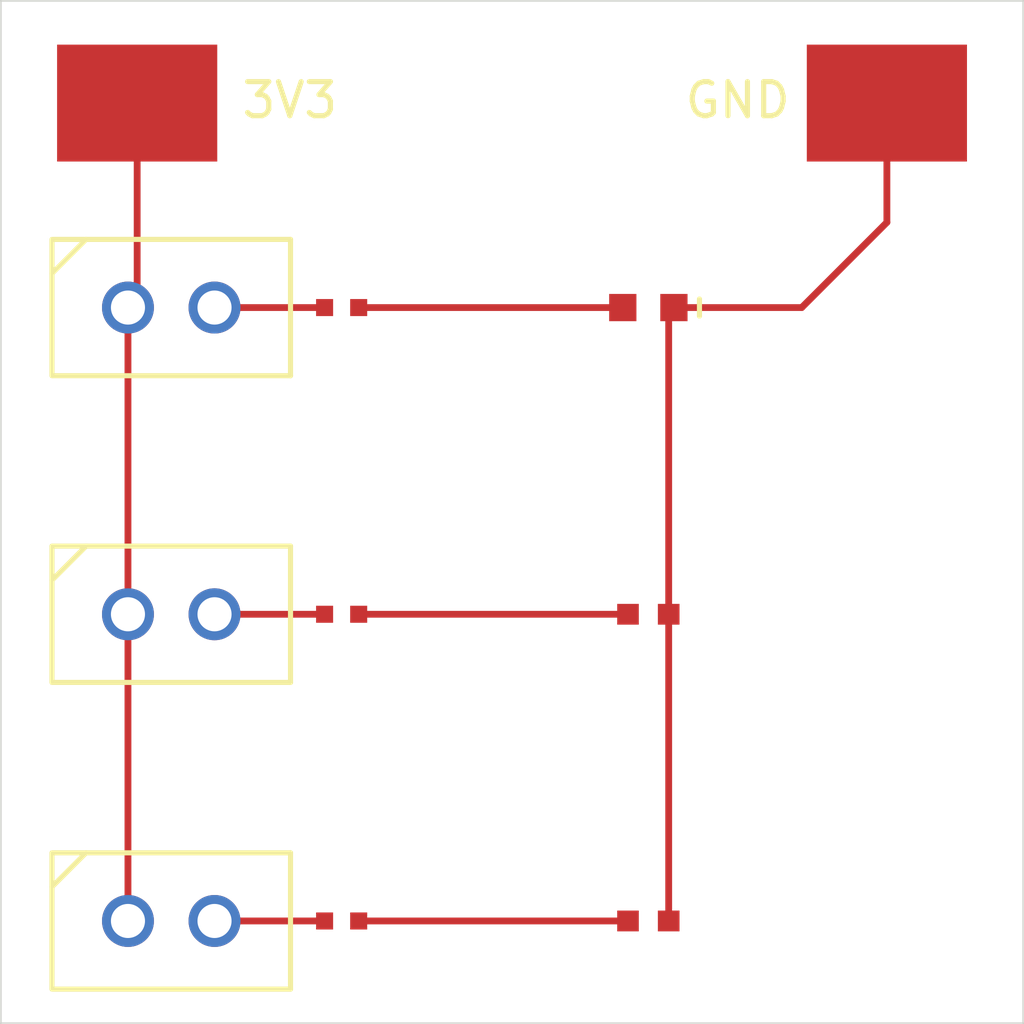
<source format=kicad_pcb>
(kicad_pcb (version 20240108) (generator "pcbnew") (generator_version "8.0")
  (layers (0 "F.Cu" signal) (31 "B.Cu" signal) (34 "B.Paste" user) (35 "F.Paste" user) (36 "B.SilkS" user "B.Silkscreen") (37 "F.SilkS" user "F.Silkscreen") (38 "B.Mask" user) (39 "F.Mask" user) (44 "Edge.Cuts" user))
  (net 0 "")
  (net 1 "/GND")
  (net 2 "Net-(D1-A)")
  (net 3 "Net-(D2-A)")
  (net 4 "Net-(D3-A)")
  (net 5 "/3V3")
  (net 6 "Net-(J3-P2)")
  (net 7 "Net-(J4-P2)")
  (net 8 "Net-(J5-P2)")
  (footprint "azonenberg_pcb:TESTPOINT_SMT_KEYSTONE_5016" (layer "F.Cu") (at 86 43)
    (property "Reference" "J2" (hide yes))
    (property "Value" "CONN_01X01" (hide yes))
    (pad "1" smd rect (at 0 0) (size 4.7 3.43) (layers "F.Cu" "F.Paste" "F.Mask") (net 1 "/GND"))
  )
  (footprint "azonenberg_pcb:CONN_HEADER_2.54MM_1x2" (layer "F.Cu") (at 65 58)
    (property "Reference" "J4" (hide yes))
    (property "Value" "JUMPER" (hide yes))
    (fp_line (start -3.5 -2) (end -3.5 2) (stroke (width 0.15)) (layer "F.SilkS"))
    (fp_line (start -3.46 2) (end 3.5 2) (stroke (width 0.15)) (layer "F.SilkS"))
    (fp_line (start -2.5 -2) (end -3.5 -1) (stroke (width 0.15)) (layer "F.SilkS"))
    (fp_line (start 3.5 -2) (end -3.46 -2) (stroke (width 0.15)) (layer "F.SilkS"))
    (fp_line (start 3.5 2) (end 3.5 -2) (stroke (width 0.15)) (layer "F.SilkS"))
    (pad "1" thru_hole circle (at -1.27 0) (size 1.524 1.524) (drill 1) (layers "*.Cu" "*.Mask") (net 5 "/3V3"))
    (pad "2" thru_hole circle (at 1.27 0) (size 1.524 1.524) (drill 1) (layers "*.Cu" "*.Mask") (net 7 "Net-(J4-P2)"))
  )
  (footprint "azonenberg_pcb:EIA_0402_RES_NOSILK" (layer "F.Cu") (at 70 67)
    (property "Reference" "R3" (hide yes))
    (property "Value" "60.4K" (hide yes))
    (pad "1" smd rect (at -0.5 0) (size 0.5 0.5) (layers "F.Cu" "F.Paste" "F.Mask") (net 8 "Net-(J5-P2)"))
    (pad "2" smd rect (at 0.5 0) (size 0.5 0.5) (layers "F.Cu" "F.Paste" "F.Mask") (net 4 "Net-(D3-A)"))
  )
  (footprint "azonenberg_pcb:EIA_0402_RES_NOSILK" (layer "F.Cu") (at 70 58)
    (property "Reference" "R2" (hide yes))
    (property "Value" "60.4K" (hide yes))
    (pad "1" smd rect (at -0.5 0) (size 0.5 0.5) (layers "F.Cu" "F.Paste" "F.Mask") (net 7 "Net-(J4-P2)"))
    (pad "2" smd rect (at 0.5 0) (size 0.5 0.5) (layers "F.Cu" "F.Paste" "F.Mask") (net 3 "Net-(D2-A)"))
  )
  (footprint "azonenberg_pcb:TESTPOINT_SMT_KEYSTONE_5016" (layer "F.Cu") (at 64 43)
    (property "Reference" "J1" (hide yes))
    (property "Value" "CONN_01X01" (hide yes))
    (pad "1" smd rect (at 0 0) (size 4.7 3.43) (layers "F.Cu" "F.Paste" "F.Mask") (net 5 "/3V3"))
  )
  (footprint "azonenberg_pcb:EIA_0603_LED" (layer "F.Cu") (at 79 49 180)
    (property "Reference" "D1" (hide yes))
    (property "Value" "GREEN Q971-KN-1" (hide yes))
    (fp_line (start -1.5 -0.25) (end -1.5 0.25) (stroke (width 0.15)) (layer "F.SilkS"))
    (pad "1" smd rect (at -0.75 0 180) (size 0.8 0.8) (layers "F.Cu" "F.Paste" "F.Mask") (net 1 "/GND"))
    (pad "2" smd rect (at 0.75 0 180) (size 0.8 0.8) (layers "F.Cu" "F.Paste" "F.Mask") (net 2 "Net-(D1-A)"))
  )
  (footprint "azonenberg_pcb:EIA_0402_LED" (layer "F.Cu") (at 79 58 180)
    (property "Reference" "D2" (hide yes))
    (property "Value" "GREEN QBLP595-IG-2897" (hide yes))
    (pad "1" smd rect (at -0.597 0 180) (size 0.635 0.61) (layers "F.Cu" "F.Paste" "F.Mask") (net 1 "/GND"))
    (pad "2" smd rect (at 0.597 0 180) (size 0.635 0.61) (layers "F.Cu" "F.Paste" "F.Mask") (net 3 "Net-(D2-A)"))
  )
  (footprint "azonenberg_pcb:CONN_HEADER_2.54MM_1x2" (layer "F.Cu") (at 65 67)
    (property "Reference" "J5" (hide yes))
    (property "Value" "JUMPER" (hide yes))
    (fp_line (start -3.5 -2) (end -3.5 2) (stroke (width 0.15)) (layer "F.SilkS"))
    (fp_line (start -3.46 2) (end 3.5 2) (stroke (width 0.15)) (layer "F.SilkS"))
    (fp_line (start -2.5 -2) (end -3.5 -1) (stroke (width 0.15)) (layer "F.SilkS"))
    (fp_line (start 3.5 -2) (end -3.46 -2) (stroke (width 0.15)) (layer "F.SilkS"))
    (fp_line (start 3.5 2) (end 3.5 -2) (stroke (width 0.15)) (layer "F.SilkS"))
    (pad "1" thru_hole circle (at -1.27 0) (size 1.524 1.524) (drill 1) (layers "*.Cu" "*.Mask") (net 5 "/3V3"))
    (pad "2" thru_hole circle (at 1.27 0) (size 1.524 1.524) (drill 1) (layers "*.Cu" "*.Mask") (net 8 "Net-(J5-P2)"))
  )
  (footprint "azonenberg_pcb:EIA_0402_RES_NOSILK" (layer "F.Cu") (at 70 49)
    (property "Reference" "R1" (hide yes))
    (property "Value" "470" (hide yes))
    (pad "1" smd rect (at -0.5 0) (size 0.5 0.5) (layers "F.Cu" "F.Paste" "F.Mask") (net 6 "Net-(J3-P2)"))
    (pad "2" smd rect (at 0.5 0) (size 0.5 0.5) (layers "F.Cu" "F.Paste" "F.Mask") (net 2 "Net-(D1-A)"))
  )
  (footprint "azonenberg_pcb:CONN_HEADER_2.54MM_1x2" (layer "F.Cu") (at 65 49)
    (property "Reference" "J3" (hide yes))
    (property "Value" "JUMPER" (hide yes))
    (fp_line (start -3.5 -2) (end -3.5 2) (stroke (width 0.15)) (layer "F.SilkS"))
    (fp_line (start -3.46 2) (end 3.5 2) (stroke (width 0.15)) (layer "F.SilkS"))
    (fp_line (start -2.5 -2) (end -3.5 -1) (stroke (width 0.15)) (layer "F.SilkS"))
    (fp_line (start 3.5 -2) (end -3.46 -2) (stroke (width 0.15)) (layer "F.SilkS"))
    (fp_line (start 3.5 2) (end 3.5 -2) (stroke (width 0.15)) (layer "F.SilkS"))
    (pad "1" thru_hole circle (at -1.27 0) (size 1.524 1.524) (drill 1) (layers "*.Cu" "*.Mask") (net 5 "/3V3"))
    (pad "2" thru_hole circle (at 1.27 0) (size 1.524 1.524) (drill 1) (layers "*.Cu" "*.Mask") (net 6 "Net-(J3-P2)"))
  )
  (footprint "azonenberg_pcb:EIA_0402_LED" (layer "F.Cu") (at 79 67 180)
    (property "Reference" "D3" (hide yes))
    (property "Value" "RED QBLP595-R5" (hide yes))
    (pad "1" smd rect (at -0.597 0 180) (size 0.635 0.61) (layers "F.Cu" "F.Paste" "F.Mask") (net 1 "/GND"))
    (pad "2" smd rect (at 0.597 0 180) (size 0.635 0.61) (layers "F.Cu" "F.Paste" "F.Mask") (net 4 "Net-(D3-A)"))
  )
  (gr_line (start 90 40) (end 90 70) (stroke (width 0.05)) (layer "Edge.Cuts"))
  (gr_line (start 90 70) (end 60 70) (stroke (width 0.05)) (layer "Edge.Cuts"))
  (gr_line (start 60 70) (end 60 40) (stroke (width 0.05)) (layer "Edge.Cuts"))
  (gr_line (start 60 40) (end 90 40) (stroke (width 0.05)) (layer "Edge.Cuts"))
  (gr_text "3V3" (at 67 43.5 0) (layer "F.SilkS") (effects (font (size 1 1)) (justify left bottom)))
  (gr_text "GND" (at 80 43.5 0) (layer "F.SilkS") (effects (font (size 1 1)) (justify left bottom)))
  (segment (start 86 43) (end 86 46.5) (width 0.2) (layer "F.Cu") (net 1))
  (segment (start 79.597 49.153) (end 79.75 49) (width 0.2) (layer "F.Cu") (net 1))
  (segment (start 83.5 49) (end 79.75 49) (width 0.2) (layer "F.Cu") (net 1))
  (segment (start 79.597 67) (end 79.597 49.153) (width 0.2) (layer "F.Cu") (net 1))
  (segment (start 86 46.5) (end 83.5 49) (width 0.2) (layer "F.Cu") (net 1))
  (segment (start 70.5 49) (end 78.25 49) (width 0.2) (layer "F.Cu") (net 2))
  (segment (start 78.403 58) (end 70.5 58) (width 0.2) (layer "F.Cu") (net 3))
  (segment (start 70.5 67) (end 78.403 67) (width 0.2) (layer "F.Cu") (net 4))
  (segment (start 64 43) (end 64 48.73) (width 0.2) (layer "F.Cu") (net 5))
  (segment (start 64 48.73) (end 63.73 49) (width 0.2) (layer "F.Cu") (net 5))
  (segment (start 63.73 49) (end 63.73 67) (width 0.2) (layer "F.Cu") (net 5))
  (segment (start 66.27 49) (end 69.5 49) (width 0.2) (layer "F.Cu") (net 6))
  (segment (start 69.5 58) (end 66.27 58) (width 0.2) (layer "F.Cu") (net 7))
  (segment (start 66.27 67) (end 69.5 67) (width 0.2) (layer "F.Cu") (net 8))
)
</source>
